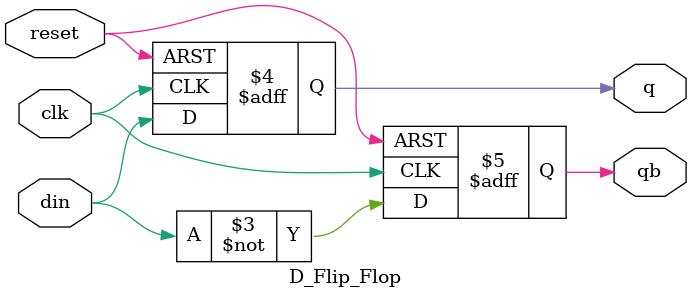
<source format=v>

`timescale 1 ns / 1 ps

module D_Flip_Flop (
	input           clk,
	input           reset,
	input           din,
	output reg      q,
	output reg      qb
);


always @ (posedge clk or negedge reset)
begin
	if (reset == 1'b0) begin
		q    <= 1'b0;
		qb   <= 1'b1;
	end
	else begin
		q    <= din;
		qb   <= ~din;
	end
end

endmodule

</source>
